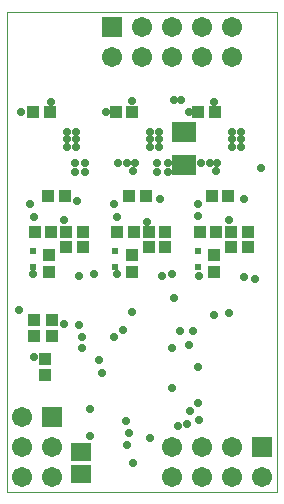
<source format=gbs>
%FSLAX25Y25*%
%MOIN*%
G70*
G01*
G75*
G04 Layer_Color=16711935*
%ADD10R,0.06299X0.07087*%
%ADD11R,0.12362X0.02835*%
%ADD12R,0.15748X0.02362*%
%ADD13R,0.02402X0.03268*%
%ADD14R,0.15748X0.08465*%
%ADD15O,0.02362X0.08661*%
%ADD16R,0.03543X0.03150*%
%ADD17R,0.03937X0.05906*%
G04:AMPARAMS|DCode=18|XSize=8.66mil|YSize=27.56mil|CornerRadius=0mil|HoleSize=0mil|Usage=FLASHONLY|Rotation=45.000|XOffset=0mil|YOffset=0mil|HoleType=Round|Shape=Rectangle|*
%AMROTATEDRECTD18*
4,1,4,0.00668,-0.01281,-0.01281,0.00668,-0.00668,0.01281,0.01281,-0.00668,0.00668,-0.01281,0.0*
%
%ADD18ROTATEDRECTD18*%

G04:AMPARAMS|DCode=19|XSize=8.66mil|YSize=27.56mil|CornerRadius=0mil|HoleSize=0mil|Usage=FLASHONLY|Rotation=315.000|XOffset=0mil|YOffset=0mil|HoleType=Round|Shape=Rectangle|*
%AMROTATEDRECTD19*
4,1,4,-0.01281,-0.00668,0.00668,0.01281,0.01281,0.00668,-0.00668,-0.01281,-0.01281,-0.00668,0.0*
%
%ADD19ROTATEDRECTD19*%

%ADD20P,0.20044X4X360.0*%
%ADD21C,0.02000*%
%ADD22C,0.00600*%
%ADD23C,0.00800*%
%ADD24R,0.58000X0.10500*%
%ADD25R,0.07000X0.20000*%
%ADD26R,0.11000X0.04500*%
%ADD27R,0.10000X0.04500*%
%ADD28R,0.07500X0.05500*%
%ADD29R,0.07000X0.17000*%
%ADD30R,0.07000X0.33000*%
%ADD31R,0.08000X0.05500*%
%ADD32R,0.06500X0.17000*%
%ADD33C,0.00200*%
%ADD34R,0.05906X0.05906*%
%ADD35C,0.05906*%
%ADD36R,0.05906X0.05906*%
%ADD37C,0.01969*%
%ADD38R,0.07087X0.06299*%
%ADD39R,0.05906X0.05118*%
%ADD40R,0.01378X0.01378*%
%ADD41R,0.03150X0.03543*%
%ADD42R,0.04500X0.14500*%
%ADD43R,0.08000X0.19000*%
%ADD44R,0.08000X0.19500*%
%ADD45R,0.07000X0.21000*%
%ADD46R,0.07000X0.19500*%
%ADD47R,0.17000X0.07500*%
%ADD48R,0.23500X0.07500*%
%ADD49R,0.23000X0.07500*%
%ADD50C,0.00984*%
%ADD51C,0.00787*%
%ADD52C,0.00500*%
%ADD53R,0.07099X0.07887*%
%ADD54R,0.13162X0.03635*%
%ADD55R,0.16548X0.03162*%
%ADD56R,0.03202X0.04068*%
%ADD57R,0.16548X0.09265*%
%ADD58O,0.03162X0.09461*%
%ADD59R,0.04343X0.03950*%
%ADD60R,0.04737X0.06706*%
G04:AMPARAMS|DCode=61|XSize=16.66mil|YSize=35.56mil|CornerRadius=0mil|HoleSize=0mil|Usage=FLASHONLY|Rotation=45.000|XOffset=0mil|YOffset=0mil|HoleType=Round|Shape=Rectangle|*
%AMROTATEDRECTD61*
4,1,4,0.00668,-0.01846,-0.01846,0.00668,-0.00668,0.01846,0.01846,-0.00668,0.00668,-0.01846,0.0*
%
%ADD61ROTATEDRECTD61*%

G04:AMPARAMS|DCode=62|XSize=16.66mil|YSize=35.56mil|CornerRadius=0mil|HoleSize=0mil|Usage=FLASHONLY|Rotation=315.000|XOffset=0mil|YOffset=0mil|HoleType=Round|Shape=Rectangle|*
%AMROTATEDRECTD62*
4,1,4,-0.01846,-0.00668,0.00668,0.01846,0.01846,0.00668,-0.00668,-0.01846,-0.01846,-0.00668,0.0*
%
%ADD62ROTATEDRECTD62*%

%ADD63P,0.21175X4X360.0*%
%ADD64R,0.06706X0.06706*%
%ADD65C,0.06706*%
%ADD66R,0.06706X0.06706*%
%ADD67C,0.02769*%
%ADD68R,0.07887X0.07099*%
%ADD69R,0.06706X0.05918*%
%ADD70R,0.02178X0.02178*%
%ADD71R,0.03950X0.04343*%
D33*
X-0Y0D02*
X90000D01*
Y160000D01*
X-0D02*
X90000D01*
X-0Y0D02*
Y160000D01*
D59*
X14000Y78756D02*
D03*
Y73244D02*
D03*
X41500Y78756D02*
D03*
Y73244D02*
D03*
X69000Y78756D02*
D03*
Y73244D02*
D03*
X15000Y57256D02*
D03*
Y51744D02*
D03*
X9000D02*
D03*
Y57256D02*
D03*
X12500Y44256D02*
D03*
Y38744D02*
D03*
D64*
X85000Y15000D02*
D03*
X35000Y155000D02*
D03*
D65*
X85000Y5000D02*
D03*
X75000Y15000D02*
D03*
Y5000D02*
D03*
X65000Y15000D02*
D03*
Y5000D02*
D03*
X55000Y15000D02*
D03*
Y5000D02*
D03*
X35000Y145000D02*
D03*
X45000Y155000D02*
D03*
Y145000D02*
D03*
X55000Y155000D02*
D03*
Y145000D02*
D03*
X65000Y155000D02*
D03*
Y145000D02*
D03*
X75000Y155000D02*
D03*
Y145000D02*
D03*
X5000Y5000D02*
D03*
X15000D02*
D03*
X5000Y15000D02*
D03*
X15000D02*
D03*
X5000Y25000D02*
D03*
D66*
X15000D02*
D03*
D67*
X58000Y130500D02*
D03*
X55500D02*
D03*
X27500Y18500D02*
D03*
X25000Y48000D02*
D03*
Y51500D02*
D03*
X24000Y55500D02*
D03*
X4661Y126661D02*
D03*
X9000Y91500D02*
D03*
X8500Y72500D02*
D03*
X19000Y90500D02*
D03*
X24000Y72000D02*
D03*
X14500Y130000D02*
D03*
X23272Y97000D02*
D03*
X41756Y130244D02*
D03*
X69000Y130000D02*
D03*
X33000Y126500D02*
D03*
X46500Y90000D02*
D03*
X74000Y90500D02*
D03*
X63500Y92000D02*
D03*
X36500Y91500D02*
D03*
Y72500D02*
D03*
X64000Y72000D02*
D03*
X51500D02*
D03*
X79000Y71500D02*
D03*
X51000Y97500D02*
D03*
X79000D02*
D03*
X23000Y117500D02*
D03*
Y120000D02*
D03*
Y115000D02*
D03*
X20000D02*
D03*
Y117500D02*
D03*
Y120000D02*
D03*
X50500Y117500D02*
D03*
X47500D02*
D03*
Y120000D02*
D03*
X50500D02*
D03*
X47500Y115000D02*
D03*
X50500D02*
D03*
X78000Y120000D02*
D03*
X75000D02*
D03*
X78000Y117500D02*
D03*
X75000D02*
D03*
X78000Y115000D02*
D03*
X75000D02*
D03*
X63500Y96000D02*
D03*
X60500Y126500D02*
D03*
X67500Y109500D02*
D03*
X69500Y107000D02*
D03*
X70000Y109398D02*
D03*
X64500Y109500D02*
D03*
X50000D02*
D03*
Y106500D02*
D03*
X53500D02*
D03*
Y109500D02*
D03*
X35500Y96000D02*
D03*
X37000Y109500D02*
D03*
X42500Y109398D02*
D03*
X42000Y107000D02*
D03*
X40000Y109500D02*
D03*
X26000D02*
D03*
Y106500D02*
D03*
X22500D02*
D03*
Y109500D02*
D03*
X7500Y96000D02*
D03*
X29000Y72500D02*
D03*
X55000D02*
D03*
X82500Y71000D02*
D03*
X84500Y108000D02*
D03*
X19000Y56000D02*
D03*
X8888Y44888D02*
D03*
X63500Y29500D02*
D03*
X38500Y54000D02*
D03*
X61000Y27000D02*
D03*
X41500Y60000D02*
D03*
X30476Y43774D02*
D03*
X55500Y64500D02*
D03*
X31500Y39500D02*
D03*
X35500Y51500D02*
D03*
X60500Y49000D02*
D03*
X74000Y59500D02*
D03*
X62000Y53500D02*
D03*
X69000Y59000D02*
D03*
X40500Y19500D02*
D03*
X39500Y23500D02*
D03*
X57500Y53500D02*
D03*
X55000Y48000D02*
D03*
X42000Y9500D02*
D03*
X55000Y34500D02*
D03*
X63500Y41500D02*
D03*
X4000Y60500D02*
D03*
X27500Y27500D02*
D03*
X57000Y22000D02*
D03*
X64000Y24000D02*
D03*
X60000Y22500D02*
D03*
X47500Y18000D02*
D03*
X40000Y15500D02*
D03*
D68*
X59000Y108988D02*
D03*
Y120012D02*
D03*
D69*
X24500Y5760D02*
D03*
Y13240D02*
D03*
D70*
X8500Y80145D02*
D03*
Y74830D02*
D03*
X36000Y80145D02*
D03*
Y74830D02*
D03*
X63500Y80145D02*
D03*
Y74830D02*
D03*
D71*
X25256Y86500D02*
D03*
X19744D02*
D03*
X14256Y126500D02*
D03*
X8744D02*
D03*
X19256Y98500D02*
D03*
X13744D02*
D03*
X41756Y126500D02*
D03*
X36244D02*
D03*
X69256D02*
D03*
X63744D02*
D03*
X42256Y86500D02*
D03*
X36744D02*
D03*
X14756D02*
D03*
X9244D02*
D03*
X69756D02*
D03*
X64244D02*
D03*
X47244Y81500D02*
D03*
X52756D02*
D03*
X74744D02*
D03*
X80256D02*
D03*
X19744D02*
D03*
X25256D02*
D03*
X52756Y86500D02*
D03*
X47244D02*
D03*
X80256D02*
D03*
X74744D02*
D03*
X46256Y98500D02*
D03*
X40744D02*
D03*
X73756D02*
D03*
X68244D02*
D03*
M02*

</source>
